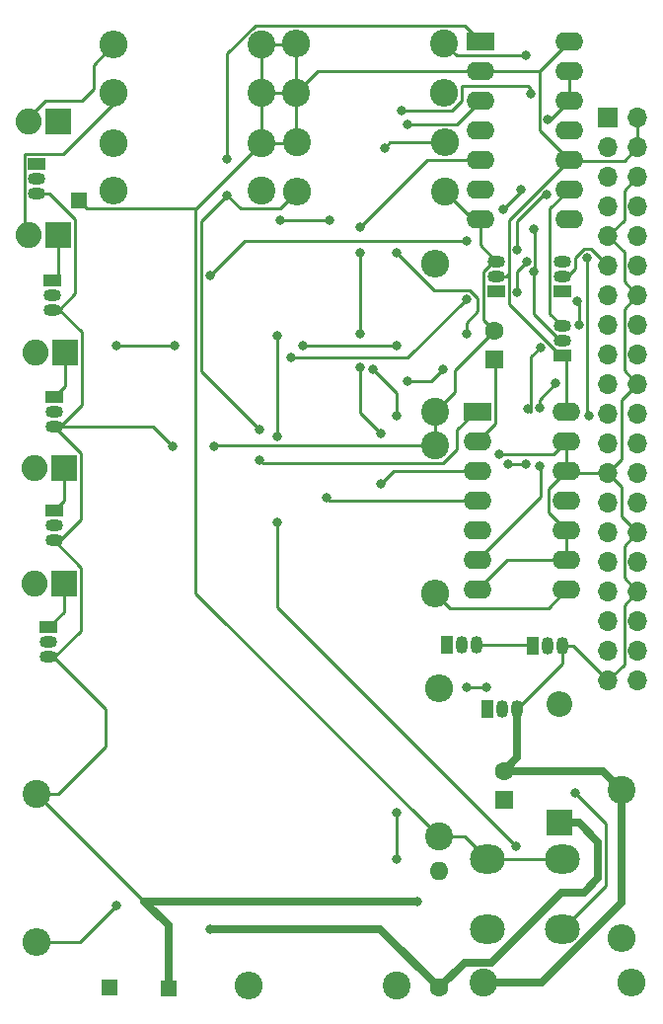
<source format=gtl>
G04 #@! TF.GenerationSoftware,KiCad,Pcbnew,7.0.5*
G04 #@! TF.CreationDate,2023-10-09T12:46:36-04:00*
G04 #@! TF.ProjectId,alex_proposal_box,616c6578-5f70-4726-9f70-6f73616c5f62,rev?*
G04 #@! TF.SameCoordinates,Original*
G04 #@! TF.FileFunction,Copper,L1,Top*
G04 #@! TF.FilePolarity,Positive*
%FSLAX46Y46*%
G04 Gerber Fmt 4.6, Leading zero omitted, Abs format (unit mm)*
G04 Created by KiCad (PCBNEW 7.0.5) date 2023-10-09 12:46:36*
%MOMM*%
%LPD*%
G01*
G04 APERTURE LIST*
G04 #@! TA.AperFunction,ComponentPad*
%ADD10R,1.050000X1.500000*%
G04 #@! TD*
G04 #@! TA.AperFunction,ComponentPad*
%ADD11O,1.050000X1.500000*%
G04 #@! TD*
G04 #@! TA.AperFunction,ComponentPad*
%ADD12R,1.350000X1.350000*%
G04 #@! TD*
G04 #@! TA.AperFunction,ComponentPad*
%ADD13R,2.240000X2.240000*%
G04 #@! TD*
G04 #@! TA.AperFunction,ComponentPad*
%ADD14O,2.240000X2.240000*%
G04 #@! TD*
G04 #@! TA.AperFunction,ComponentPad*
%ADD15C,2.400000*%
G04 #@! TD*
G04 #@! TA.AperFunction,ComponentPad*
%ADD16O,2.400000X2.400000*%
G04 #@! TD*
G04 #@! TA.AperFunction,ComponentPad*
%ADD17R,1.500000X1.050000*%
G04 #@! TD*
G04 #@! TA.AperFunction,ComponentPad*
%ADD18O,1.500000X1.050000*%
G04 #@! TD*
G04 #@! TA.AperFunction,ComponentPad*
%ADD19R,2.400000X1.600000*%
G04 #@! TD*
G04 #@! TA.AperFunction,ComponentPad*
%ADD20O,2.400000X1.600000*%
G04 #@! TD*
G04 #@! TA.AperFunction,ComponentPad*
%ADD21R,2.200000X2.200000*%
G04 #@! TD*
G04 #@! TA.AperFunction,ComponentPad*
%ADD22O,2.200000X2.200000*%
G04 #@! TD*
G04 #@! TA.AperFunction,ComponentPad*
%ADD23R,1.600000X1.600000*%
G04 #@! TD*
G04 #@! TA.AperFunction,ComponentPad*
%ADD24C,1.600000*%
G04 #@! TD*
G04 #@! TA.AperFunction,ComponentPad*
%ADD25O,1.600000X1.600000*%
G04 #@! TD*
G04 #@! TA.AperFunction,ComponentPad*
%ADD26O,3.000000X2.500000*%
G04 #@! TD*
G04 #@! TA.AperFunction,ComponentPad*
%ADD27R,1.700000X1.700000*%
G04 #@! TD*
G04 #@! TA.AperFunction,ComponentPad*
%ADD28O,1.700000X1.700000*%
G04 #@! TD*
G04 #@! TA.AperFunction,ViaPad*
%ADD29C,0.800000*%
G04 #@! TD*
G04 #@! TA.AperFunction,Conductor*
%ADD30C,0.250000*%
G04 #@! TD*
G04 #@! TA.AperFunction,Conductor*
%ADD31C,0.650000*%
G04 #@! TD*
G04 APERTURE END LIST*
D10*
X129330000Y-102640000D03*
D11*
X130600000Y-102640000D03*
X131870000Y-102640000D03*
D12*
X105430000Y-132100000D03*
D13*
X96470000Y-97350000D03*
D14*
X93930000Y-97350000D03*
D15*
X129190000Y-63750000D03*
D16*
X116490000Y-63750000D03*
D17*
X94150000Y-61400000D03*
D18*
X94150000Y-62670000D03*
X94150000Y-63940000D03*
D12*
X97760000Y-64550000D03*
D15*
X113450000Y-63710000D03*
D16*
X100750000Y-63710000D03*
D19*
X132010000Y-82630000D03*
D20*
X132010000Y-85170000D03*
X132010000Y-87710000D03*
X132010000Y-90250000D03*
X132010000Y-92790000D03*
X132010000Y-95330000D03*
X132010000Y-97870000D03*
X139630000Y-97870000D03*
X139630000Y-95330000D03*
X139630000Y-92790000D03*
X139630000Y-90250000D03*
X139630000Y-87710000D03*
X139630000Y-85170000D03*
X139630000Y-82630000D03*
D17*
X95610000Y-81350000D03*
D18*
X95610000Y-82620000D03*
X95610000Y-83890000D03*
D15*
X132450000Y-131590000D03*
D16*
X145150000Y-131590000D03*
D17*
X95610000Y-91150000D03*
D18*
X95610000Y-92420000D03*
X95610000Y-93690000D03*
D15*
X113470000Y-55320000D03*
D16*
X100770000Y-55320000D03*
D10*
X136740000Y-102730000D03*
D11*
X138010000Y-102730000D03*
X139280000Y-102730000D03*
D13*
X96020000Y-57730000D03*
D14*
X93480000Y-57730000D03*
D13*
X96540000Y-77610000D03*
D14*
X94000000Y-77610000D03*
D15*
X113470000Y-59580000D03*
D16*
X100770000Y-59580000D03*
D15*
X116490000Y-59540000D03*
D16*
X129190000Y-59540000D03*
D15*
X94150000Y-115430000D03*
D16*
X94150000Y-128130000D03*
D12*
X100370000Y-132040000D03*
D17*
X95140000Y-101130000D03*
D18*
X95140000Y-102400000D03*
X95140000Y-103670000D03*
D15*
X128660000Y-119070000D03*
D16*
X128660000Y-106370000D03*
D15*
X128370000Y-85560000D03*
D16*
X128370000Y-98260000D03*
D15*
X129130000Y-51070000D03*
D16*
X116430000Y-51070000D03*
D13*
X96010000Y-67530000D03*
D14*
X93470000Y-67530000D03*
D15*
X128320000Y-82610000D03*
D16*
X128320000Y-69910000D03*
D13*
X96490000Y-87510000D03*
D14*
X93950000Y-87510000D03*
D17*
X95510000Y-71360000D03*
D18*
X95510000Y-72630000D03*
X95510000Y-73900000D03*
D10*
X132830000Y-108140000D03*
D11*
X134100000Y-108140000D03*
X135370000Y-108140000D03*
D15*
X125030000Y-131850000D03*
D16*
X112330000Y-131850000D03*
D17*
X133580000Y-72280000D03*
D18*
X133580000Y-71010000D03*
X133580000Y-69740000D03*
D15*
X113470000Y-51120000D03*
D16*
X100770000Y-51120000D03*
D21*
X139010000Y-117890000D03*
D22*
X139010000Y-107730000D03*
D17*
X139270000Y-72280000D03*
D18*
X139270000Y-71010000D03*
X139270000Y-69740000D03*
D15*
X144360000Y-115110000D03*
D16*
X144360000Y-127810000D03*
D19*
X132200000Y-50910000D03*
D20*
X132200000Y-53450000D03*
X132200000Y-55990000D03*
X132200000Y-58530000D03*
X132200000Y-61070000D03*
X132200000Y-63610000D03*
X132200000Y-66150000D03*
X139820000Y-66150000D03*
X139820000Y-63610000D03*
X139820000Y-61070000D03*
X139820000Y-58530000D03*
X139820000Y-55990000D03*
X139820000Y-53450000D03*
X139820000Y-50910000D03*
D17*
X139260000Y-77850000D03*
D18*
X139260000Y-76580000D03*
X139260000Y-75310000D03*
D23*
X133410000Y-78200000D03*
D24*
X133410000Y-75700000D03*
X128660000Y-132040000D03*
D25*
X128660000Y-122040000D03*
D15*
X116430000Y-55310000D03*
D16*
X129130000Y-55310000D03*
D23*
X134230000Y-115960000D03*
D24*
X134230000Y-113460000D03*
D26*
X132780000Y-121020000D03*
X139280000Y-121020000D03*
X132780000Y-127020000D03*
X139280000Y-127020000D03*
D27*
X143190000Y-57435000D03*
D28*
X145730000Y-57435000D03*
X143190000Y-59975000D03*
X145730000Y-59975000D03*
X143190000Y-62515000D03*
X145730000Y-62515000D03*
X143190000Y-65055000D03*
X145730000Y-65055000D03*
X143190000Y-67595000D03*
X145730000Y-67595000D03*
X143190000Y-70135000D03*
X145730000Y-70135000D03*
X143190000Y-72675000D03*
X145730000Y-72675000D03*
X143190000Y-75215000D03*
X145730000Y-75215000D03*
X143190000Y-77755000D03*
X145730000Y-77755000D03*
X143190000Y-80295000D03*
X145730000Y-80295000D03*
X143190000Y-82835000D03*
X145730000Y-82835000D03*
X143190000Y-85375000D03*
X145730000Y-85375000D03*
X143190000Y-87915000D03*
X145730000Y-87915000D03*
X143190000Y-90455000D03*
X145730000Y-90455000D03*
X143190000Y-92995000D03*
X145730000Y-92995000D03*
X143190000Y-95535000D03*
X145730000Y-95535000D03*
X143190000Y-98075000D03*
X145730000Y-98075000D03*
X143190000Y-100615000D03*
X145730000Y-100615000D03*
X143190000Y-103155000D03*
X145730000Y-103155000D03*
X143190000Y-105695000D03*
X145730000Y-105695000D03*
D29*
X131000000Y-76000000D03*
X125000000Y-69000000D03*
X126770000Y-124610000D03*
X109340000Y-85570000D03*
X105770000Y-85570000D03*
X133800000Y-86300000D03*
X124000000Y-60000000D03*
X109000000Y-127000000D03*
X131075500Y-106300000D03*
X132700000Y-106300000D03*
X141400000Y-69400000D03*
X141500000Y-83000000D03*
X136775500Y-67000000D03*
X136100000Y-52100000D03*
X136775804Y-70616979D03*
X134200000Y-65300000D03*
X135700000Y-63600000D03*
X136200000Y-69800000D03*
X135400000Y-72400000D03*
X136100000Y-87100000D03*
X137364160Y-77135840D03*
X101000000Y-125000000D03*
X136306611Y-82410377D03*
X119000000Y-90000000D03*
X134608761Y-87100000D03*
X114800000Y-92100000D03*
X114800000Y-76100000D03*
X135300000Y-119900000D03*
X115000000Y-66200000D03*
X114800000Y-84800000D03*
X119300000Y-66200000D03*
X126000000Y-58000000D03*
X125000000Y-121000000D03*
X125000000Y-83000000D03*
X123000000Y-79000000D03*
X125000000Y-117000000D03*
X110500000Y-61000000D03*
X110500000Y-64100000D03*
X113300000Y-84200000D03*
X113300000Y-86800000D03*
X140361368Y-115342125D03*
X121900000Y-66800000D03*
X121900000Y-69000000D03*
X123700000Y-88800000D03*
X121900000Y-76000000D03*
X121900000Y-78800000D03*
X123700000Y-84500000D03*
X138700000Y-80200000D03*
X137857299Y-64057299D03*
X137285500Y-87300000D03*
X138004500Y-57600000D03*
X140675500Y-75184500D03*
X140500000Y-73200000D03*
X135379500Y-68800000D03*
X137300000Y-82300000D03*
X109000000Y-71000000D03*
X131000000Y-68000000D03*
X129000000Y-79000000D03*
X126000000Y-80000000D03*
X136555500Y-55400000D03*
X125438324Y-56845000D03*
X131000000Y-73000000D03*
X116000000Y-78000000D03*
X101000000Y-77000000D03*
X117000000Y-77000000D03*
X106000000Y-77000000D03*
X125000000Y-77000000D03*
D30*
X131330000Y-72275000D02*
X132000000Y-72945000D01*
X125000000Y-69000000D02*
X128275000Y-72275000D01*
X133535000Y-78325000D02*
X133410000Y-78200000D01*
X132000000Y-72945000D02*
X132000000Y-74000000D01*
X133535000Y-83645000D02*
X133535000Y-78325000D01*
X132000000Y-74000000D02*
X131000000Y-75000000D01*
X131000000Y-75000000D02*
X131000000Y-76000000D01*
X132010000Y-85170000D02*
X133535000Y-83645000D01*
X128275000Y-72275000D02*
X131330000Y-72275000D01*
X128320000Y-82610000D02*
X128320000Y-85510000D01*
X140225000Y-102730000D02*
X143190000Y-105695000D01*
X145730000Y-62515000D02*
X144555000Y-63690000D01*
D31*
X144360000Y-115110000D02*
X144360000Y-124700229D01*
D30*
X97935000Y-86215000D02*
X95610000Y-83890000D01*
D31*
X142710000Y-113460000D02*
X144360000Y-115110000D01*
D30*
X144555000Y-66230000D02*
X143190000Y-67595000D01*
X145730000Y-98075000D02*
X144555000Y-99250000D01*
X145730000Y-80295000D02*
X144365000Y-81660000D01*
X95690000Y-103670000D02*
X97915000Y-101445000D01*
X144365000Y-89090000D02*
X144365000Y-91630000D01*
X97985000Y-75825000D02*
X97985000Y-82065000D01*
X95255000Y-63940000D02*
X94150000Y-63940000D01*
X97455000Y-66140000D02*
X95255000Y-63940000D01*
X132200000Y-68360000D02*
X133580000Y-69740000D01*
X143190000Y-87915000D02*
X139835000Y-87915000D01*
X139835000Y-87915000D02*
X139630000Y-87710000D01*
X143190000Y-67595000D02*
X144555000Y-68960000D01*
X139280000Y-104230000D02*
X135370000Y-108140000D01*
X138505000Y-86295000D02*
X139630000Y-85170000D01*
X128320000Y-85510000D02*
X128370000Y-85560000D01*
X144555000Y-104330000D02*
X143190000Y-105695000D01*
X144555000Y-73850000D02*
X144555000Y-79120000D01*
X94150000Y-115430000D02*
X103360000Y-124640000D01*
X132505000Y-70590000D02*
X132505000Y-74795000D01*
X134383456Y-86300000D02*
X133800000Y-86300000D01*
X95570000Y-103670000D02*
X95140000Y-103670000D01*
D31*
X135370000Y-108140000D02*
X135370000Y-112320000D01*
D30*
X104090000Y-83890000D02*
X95610000Y-83890000D01*
X133355000Y-69740000D02*
X132505000Y-70590000D01*
X105770000Y-85570000D02*
X104090000Y-83890000D01*
X96160000Y-83890000D02*
X95610000Y-83890000D01*
X144555000Y-96900000D02*
X145730000Y-98075000D01*
X138105000Y-91265000D02*
X138105000Y-89235000D01*
X130000000Y-80930000D02*
X130000000Y-79110000D01*
X95510000Y-73900000D02*
X96060000Y-73900000D01*
X130000000Y-79110000D02*
X133410000Y-75700000D01*
X134388456Y-86295000D02*
X134383456Y-86300000D01*
X128370000Y-85560000D02*
X109350000Y-85560000D01*
X96060000Y-73900000D02*
X97455000Y-72505000D01*
X139280000Y-102730000D02*
X140225000Y-102730000D01*
D31*
X105430000Y-126710000D02*
X105430000Y-132100000D01*
D30*
X97915000Y-95995000D02*
X95610000Y-93690000D01*
X95610000Y-93690000D02*
X96160000Y-93690000D01*
X97455000Y-72505000D02*
X97455000Y-66140000D01*
X138105000Y-89235000D02*
X139630000Y-87710000D01*
X144555000Y-63690000D02*
X144555000Y-66230000D01*
X97985000Y-82065000D02*
X96160000Y-83890000D01*
X95960000Y-115430000D02*
X100040000Y-111350000D01*
X139630000Y-95330000D02*
X139630000Y-92790000D01*
X100040000Y-108140000D02*
X95570000Y-103670000D01*
D31*
X103360000Y-124640000D02*
X105430000Y-126710000D01*
D30*
X144555000Y-94170000D02*
X144555000Y-96900000D01*
X131590000Y-66150000D02*
X132200000Y-66150000D01*
X139280000Y-102730000D02*
X139280000Y-104230000D01*
X144555000Y-99250000D02*
X144555000Y-104330000D01*
X143190000Y-87915000D02*
X144365000Y-89090000D01*
X129190000Y-63750000D02*
X131590000Y-66150000D01*
X144365000Y-91630000D02*
X145730000Y-92995000D01*
X139630000Y-92790000D02*
X138105000Y-91265000D01*
X144365000Y-86740000D02*
X143190000Y-87915000D01*
X144365000Y-81660000D02*
X144365000Y-86740000D01*
X144555000Y-71500000D02*
X145730000Y-72675000D01*
X144555000Y-68960000D02*
X144555000Y-71500000D01*
X95140000Y-103670000D02*
X95690000Y-103670000D01*
X145730000Y-72675000D02*
X144555000Y-73850000D01*
X132200000Y-66150000D02*
X132200000Y-68360000D01*
X132505000Y-74795000D02*
X133410000Y-75700000D01*
X97915000Y-101445000D02*
X97915000Y-95995000D01*
X139630000Y-85170000D02*
X139630000Y-87710000D01*
X97935000Y-91915000D02*
X97935000Y-86215000D01*
X145730000Y-92995000D02*
X144555000Y-94170000D01*
D31*
X134230000Y-113460000D02*
X142710000Y-113460000D01*
D30*
X96160000Y-93690000D02*
X97935000Y-91915000D01*
D31*
X144360000Y-124700229D02*
X137470229Y-131590000D01*
D30*
X100040000Y-111350000D02*
X100040000Y-108140000D01*
D31*
X135370000Y-112320000D02*
X134230000Y-113460000D01*
D30*
X134550000Y-95330000D02*
X132010000Y-97870000D01*
X109350000Y-85560000D02*
X109340000Y-85570000D01*
X138505000Y-86295000D02*
X134388456Y-86295000D01*
D31*
X137470229Y-131590000D02*
X132450000Y-131590000D01*
D30*
X128320000Y-82610000D02*
X130000000Y-80930000D01*
X96060000Y-73900000D02*
X97985000Y-75825000D01*
X133580000Y-69740000D02*
X133355000Y-69740000D01*
X94150000Y-115430000D02*
X95960000Y-115430000D01*
D31*
X126770000Y-124610000D02*
X103390000Y-124610000D01*
D30*
X144555000Y-79120000D02*
X145730000Y-80295000D01*
D31*
X103390000Y-124610000D02*
X103360000Y-124640000D01*
D30*
X139630000Y-95330000D02*
X134550000Y-95330000D01*
X94860000Y-56000000D02*
X93480000Y-57380000D01*
X99000000Y-52890000D02*
X99000000Y-55000000D01*
X93480000Y-57380000D02*
X93480000Y-57730000D01*
X99000000Y-55000000D02*
X98000000Y-56000000D01*
X98000000Y-56000000D02*
X94860000Y-56000000D01*
X100770000Y-51120000D02*
X99000000Y-52890000D01*
X96010000Y-70860000D02*
X95510000Y-71360000D01*
X96010000Y-67530000D02*
X96010000Y-70860000D01*
X93470000Y-67180000D02*
X93075000Y-66785000D01*
X100770000Y-56230000D02*
X100770000Y-55320000D01*
X93075000Y-60550000D02*
X96450000Y-60550000D01*
X93470000Y-67530000D02*
X93470000Y-67180000D01*
X96450000Y-60550000D02*
X100770000Y-56230000D01*
X93075000Y-66785000D02*
X93075000Y-60550000D01*
X96540000Y-77610000D02*
X96540000Y-80420000D01*
X96540000Y-80420000D02*
X95610000Y-81350000D01*
X96490000Y-90270000D02*
X95610000Y-91150000D01*
X96490000Y-87510000D02*
X96490000Y-90270000D01*
X129190000Y-59540000D02*
X124460000Y-59540000D01*
X124460000Y-59540000D02*
X124000000Y-60000000D01*
X96470000Y-97350000D02*
X96470000Y-99800000D01*
X96470000Y-99800000D02*
X95140000Y-101130000D01*
D31*
X133195229Y-129865000D02*
X139200229Y-123860000D01*
X141120000Y-123860000D02*
X142330000Y-122650000D01*
X142330000Y-122650000D02*
X142330000Y-119530000D01*
X140690000Y-117890000D02*
X139010000Y-117890000D01*
X128660000Y-132040000D02*
X123620000Y-127000000D01*
X128660000Y-132040000D02*
X130835000Y-129865000D01*
X123620000Y-127000000D02*
X109000000Y-127000000D01*
X130835000Y-129865000D02*
X133195229Y-129865000D01*
X142330000Y-119530000D02*
X140690000Y-117890000D01*
X139200229Y-123860000D02*
X141120000Y-123860000D01*
D30*
X134655000Y-66235000D02*
X134655000Y-70745000D01*
X107815000Y-65235000D02*
X113470000Y-59580000D01*
X113470000Y-55320000D02*
X113470000Y-59580000D01*
X137280000Y-58530000D02*
X137280000Y-53450000D01*
X128660000Y-119070000D02*
X130830000Y-119070000D01*
X139630000Y-82630000D02*
X139630000Y-78220000D01*
X132200000Y-53450000D02*
X137280000Y-53450000D01*
X139820000Y-61070000D02*
X139900000Y-61150000D01*
X128660000Y-119070000D02*
X107780000Y-98190000D01*
X116430000Y-51070000D02*
X116430000Y-55310000D01*
X113470000Y-59580000D02*
X116450000Y-59580000D01*
X132780000Y-121020000D02*
X139280000Y-121020000D01*
X130830000Y-119070000D02*
X132780000Y-121020000D01*
X134655000Y-70745000D02*
X134390000Y-71010000D01*
X113470000Y-51120000D02*
X116380000Y-51120000D01*
X113470000Y-55320000D02*
X116420000Y-55320000D01*
X139820000Y-61070000D02*
X137280000Y-58530000D01*
X98445000Y-65235000D02*
X107780000Y-65235000D01*
X139820000Y-61070000D02*
X134655000Y-66235000D01*
X139260000Y-77850000D02*
X139102918Y-77850000D01*
X139102918Y-77850000D02*
X134655000Y-73402082D01*
X116430000Y-59480000D02*
X116490000Y-59540000D01*
X113470000Y-51120000D02*
X113470000Y-55320000D01*
X118290000Y-53450000D02*
X132200000Y-53450000D01*
X107780000Y-65235000D02*
X107815000Y-65235000D01*
X145730000Y-57435000D02*
X145730000Y-59975000D01*
X116430000Y-55310000D02*
X116430000Y-59480000D01*
X97760000Y-64550000D02*
X98445000Y-65235000D01*
X139630000Y-78220000D02*
X139260000Y-77850000D01*
X107780000Y-98190000D02*
X107780000Y-65235000D01*
X116420000Y-55320000D02*
X116430000Y-55310000D01*
X139900000Y-61150000D02*
X144555000Y-61150000D01*
X116380000Y-51120000D02*
X116430000Y-51070000D01*
X137280000Y-53450000D02*
X139820000Y-50910000D01*
X116450000Y-59580000D02*
X116490000Y-59540000D01*
X134390000Y-71010000D02*
X133580000Y-71010000D01*
X116430000Y-55310000D02*
X118290000Y-53450000D01*
X134655000Y-73402082D02*
X134655000Y-70745000D01*
X144555000Y-61150000D02*
X145730000Y-59975000D01*
X132700000Y-106300000D02*
X131075500Y-106300000D01*
X131870000Y-102640000D02*
X136650000Y-102640000D01*
X136650000Y-102640000D02*
X136740000Y-102730000D01*
X141400000Y-82900000D02*
X141500000Y-83000000D01*
X141400000Y-69400000D02*
X141400000Y-82900000D01*
X136925000Y-67149500D02*
X136925000Y-70467783D01*
X129130000Y-51070000D02*
X130160000Y-52100000D01*
X136925000Y-70467783D02*
X136775804Y-70616979D01*
X139260000Y-76580000D02*
X139102918Y-76580000D01*
X130160000Y-52100000D02*
X136100000Y-52100000D01*
X135700000Y-63800000D02*
X134200000Y-65300000D01*
X136775804Y-74252886D02*
X136775804Y-70616979D01*
X135700000Y-63600000D02*
X135700000Y-63800000D01*
X136775500Y-67000000D02*
X136925000Y-67149500D01*
X139102918Y-76580000D02*
X136775804Y-74252886D01*
X135400000Y-70600000D02*
X135400000Y-72400000D01*
X136200000Y-69800000D02*
X135400000Y-70600000D01*
X134608761Y-87100000D02*
X136100000Y-87100000D01*
X138195000Y-65235000D02*
X138195000Y-74245000D01*
X136575000Y-77925000D02*
X137364160Y-77135840D01*
X97870000Y-128130000D02*
X101000000Y-125000000D01*
X139820000Y-63610000D02*
X138195000Y-65235000D01*
X119000000Y-90000000D02*
X119250000Y-90250000D01*
X138195000Y-74245000D02*
X139260000Y-75310000D01*
X119250000Y-90250000D02*
X132010000Y-90250000D01*
X136575000Y-82678766D02*
X136575000Y-77925000D01*
X94150000Y-128130000D02*
X97870000Y-128130000D01*
X136306611Y-82410377D02*
X136575000Y-82678766D01*
X114800000Y-76100000D02*
X114800000Y-84800000D01*
X114800000Y-99400000D02*
X135300000Y-119900000D01*
X130190000Y-58000000D02*
X132200000Y-55990000D01*
X115000000Y-66200000D02*
X119300000Y-66200000D01*
X126000000Y-58000000D02*
X130190000Y-58000000D01*
X114800000Y-92100000D02*
X114800000Y-99400000D01*
X125000000Y-83000000D02*
X125000000Y-81000000D01*
X125000000Y-121000000D02*
X125000000Y-117000000D01*
X125000000Y-81000000D02*
X123000000Y-79000000D01*
X129001676Y-87085000D02*
X113585000Y-87085000D01*
X139280000Y-127020000D02*
X142980000Y-123320000D01*
X130200000Y-85886676D02*
X129001676Y-87085000D01*
X111635000Y-65235000D02*
X115005000Y-65235000D01*
X110500000Y-51933324D02*
X110500000Y-61000000D01*
X142980000Y-123320000D02*
X142980000Y-117960757D01*
X132010000Y-82630000D02*
X131770000Y-82630000D01*
X142980000Y-117960757D02*
X140361368Y-115342125D01*
X115005000Y-65235000D02*
X116490000Y-63750000D01*
X131770000Y-82630000D02*
X130200000Y-84200000D01*
X113300000Y-84200000D02*
X108275000Y-79175000D01*
X130835000Y-49545000D02*
X112888324Y-49545000D01*
X108275000Y-66325000D02*
X110500000Y-64100000D01*
X132200000Y-50910000D02*
X130835000Y-49545000D01*
X110500000Y-64100000D02*
X111635000Y-65235000D01*
X112888324Y-49545000D02*
X110500000Y-51933324D01*
X108275000Y-79175000D02*
X108275000Y-66325000D01*
X113585000Y-87085000D02*
X113300000Y-86800000D01*
X130200000Y-84200000D02*
X130200000Y-85886676D01*
X128370000Y-98260000D02*
X129570000Y-99460000D01*
X138040000Y-99460000D02*
X139630000Y-97870000D01*
X129570000Y-99460000D02*
X138040000Y-99460000D01*
X124790000Y-87710000D02*
X132010000Y-87710000D01*
X121900000Y-71074695D02*
X121900000Y-76000000D01*
X121900000Y-82700000D02*
X123700000Y-84500000D01*
X121900000Y-78800000D02*
X121900000Y-82700000D01*
X132200000Y-61070000D02*
X127630000Y-61070000D01*
X121900000Y-69000000D02*
X121900000Y-71074695D01*
X127630000Y-61070000D02*
X121900000Y-66800000D01*
X123700000Y-88800000D02*
X124790000Y-87710000D01*
X135379500Y-68800000D02*
X135379500Y-66320500D01*
X138004500Y-57600000D02*
X138210000Y-57600000D01*
X137300000Y-82300000D02*
X137300000Y-81600000D01*
X139820000Y-53450000D02*
X139820000Y-55990000D01*
X135379500Y-66320500D02*
X137642701Y-64057299D01*
X137400000Y-89940000D02*
X137400000Y-87414500D01*
X140675500Y-75184500D02*
X140675500Y-73675500D01*
X132010000Y-95330000D02*
X137400000Y-89940000D01*
X137300000Y-81600000D02*
X138700000Y-80200000D01*
X137400000Y-87414500D02*
X137285500Y-87300000D01*
X137642701Y-64057299D02*
X137857299Y-64057299D01*
X140675500Y-73375500D02*
X140500000Y-73200000D01*
X138210000Y-57600000D02*
X139820000Y-55990000D01*
X140675500Y-73675500D02*
X140675500Y-73375500D01*
X143190000Y-70135000D02*
X141730000Y-68675000D01*
X140345000Y-70355000D02*
X139690000Y-71010000D01*
X139690000Y-71010000D02*
X139270000Y-71010000D01*
X140345000Y-69429695D02*
X140345000Y-70355000D01*
X141730000Y-68675000D02*
X141099695Y-68675000D01*
X141099695Y-68675000D02*
X140345000Y-69429695D01*
X109000000Y-71000000D02*
X112000000Y-68000000D01*
X112000000Y-68000000D02*
X131000000Y-68000000D01*
X128000000Y-80000000D02*
X126000000Y-80000000D01*
X129000000Y-79000000D02*
X128000000Y-80000000D01*
X130655000Y-55941676D02*
X129751676Y-56845000D01*
X136278324Y-54678324D02*
X136555500Y-54955500D01*
X129751676Y-56845000D02*
X125438324Y-56845000D01*
X136278324Y-54678324D02*
X130655000Y-54678324D01*
X136555500Y-54955500D02*
X136555500Y-55400000D01*
X130655000Y-54678324D02*
X130655000Y-55941676D01*
X126000000Y-78000000D02*
X131000000Y-73000000D01*
X116000000Y-78000000D02*
X126000000Y-78000000D01*
X101000000Y-77000000D02*
X106000000Y-77000000D01*
X117000000Y-77000000D02*
X125000000Y-77000000D01*
M02*

</source>
